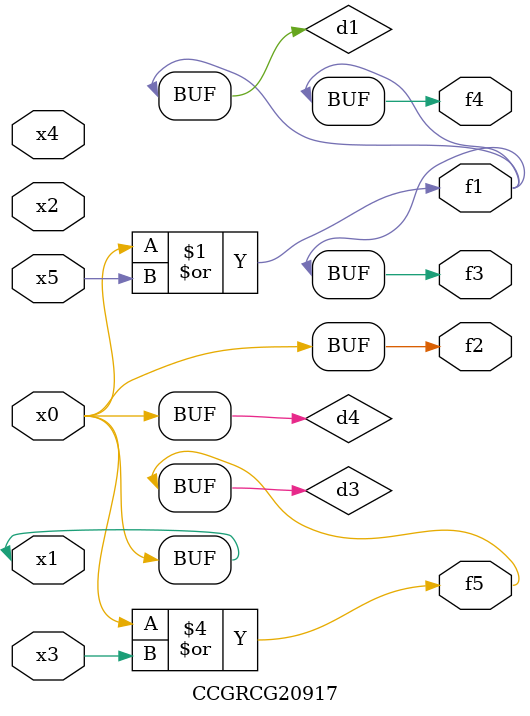
<source format=v>
module CCGRCG20917(
	input x0, x1, x2, x3, x4, x5,
	output f1, f2, f3, f4, f5
);

	wire d1, d2, d3, d4;

	or (d1, x0, x5);
	xnor (d2, x1, x4);
	or (d3, x0, x3);
	buf (d4, x0, x1);
	assign f1 = d1;
	assign f2 = d4;
	assign f3 = d1;
	assign f4 = d1;
	assign f5 = d3;
endmodule

</source>
